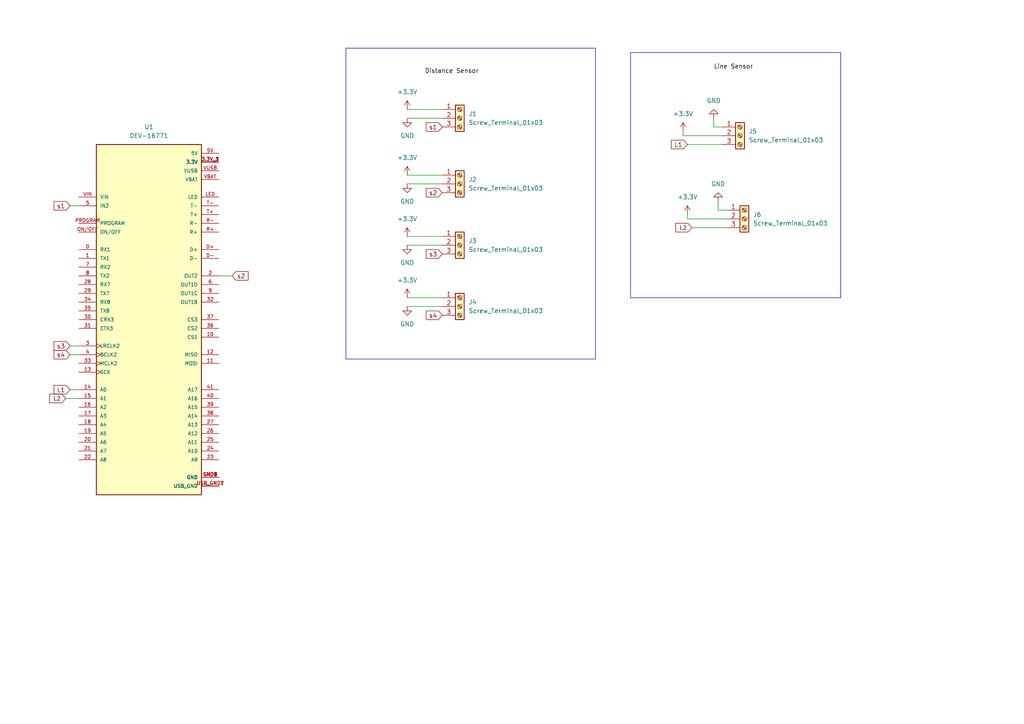
<source format=kicad_sch>
(kicad_sch (version 20231120) (generator "eeschema") (generator_version "8.0")
  (paper "A4")
  (lib_symbols
    (symbol "Connector:Screw_Terminal_01x03" (pin_names (offset 1.016) hide)
      (property "Reference" "J" (at 0 5.08 0))
      (property "Value" "Screw_Terminal_01x03" (at 0 -5.08 0))
      (symbol "Screw_Terminal_01x03_1_1"
        (rectangle (start -1.27 3.81) (end 1.27 -3.81) (stroke (width 0.254)) (fill (type background)))
        (circle (center 0 -2.54) (radius 0.635) (stroke (width 0.1524)))
        (polyline (pts (xy -0.5334 -2.2098) (xy 0.3302 -3.048)) (stroke (width 0.1524)))
        (polyline (pts (xy -0.5334 0.3302) (xy 0.3302 -0.508)) (stroke (width 0.1524)))
        (polyline (pts (xy -0.5334 2.8702) (xy 0.3302 2.032)) (stroke (width 0.1524)))
        (polyline (pts (xy -0.3556 -2.032) (xy 0.508 -2.8702)) (stroke (width 0.1524)))
        (polyline (pts (xy -0.3556 0.508) (xy 0.508 -0.3302)) (stroke (width 0.1524)))
        (polyline (pts (xy -0.3556 3.048) (xy 0.508 2.2098)) (stroke (width 0.1524)))
        (circle (center 0 0) (radius 0.635) (stroke (width 0.1524)))
        (circle (center 0 2.54) (radius 0.635) (stroke (width 0.1524)))
        (pin passive line (at -5.08 2.54 0) (length 3.81) (name "Pin_1") (number "1"))
        (pin passive line (at -5.08 0 0) (length 3.81) (name "Pin_2") (number "2"))
        (pin passive line (at -5.08 -2.54 0) (length 3.81) (name "Pin_3") (number "3"))
      )
    )
    (symbol "DEV-16771:DEV-16771" (pin_names (offset 1.016))
      (property "Reference" "U" (at -15.24 52.07 0))
      (property "Value" "DEV-16771" (at -15.24 -53.34 0))
      (symbol "DEV-16771_0_0"
        (rectangle (start -15.24 -50.8) (end 15.24 50.8) (stroke (width 0.254)) (fill (type background)))
        (pin bidirectional line (at -20.32 20.32 0) (length 5.08) (name "RX1") (number "0"))
        (pin bidirectional line (at -20.32 17.78 0) (length 5.08) (name "TX1") (number "1"))
        (pin bidirectional line (at 20.32 -5.08 180) (length 5.08) (name "CS1") (number "10"))
        (pin bidirectional line (at 20.32 -12.7 180) (length 5.08) (name "MOSI") (number "11"))
        (pin bidirectional line (at 20.32 -10.16 180) (length 5.08) (name "MISO") (number "12"))
        (pin bidirectional clock (at -20.32 -15.24 0) (length 5.08) (name "SCK") (number "13"))
        (pin bidirectional line (at -20.32 -20.32 0) (length 5.08) (name "A0") (number "14"))
        (pin bidirectional line (at -20.32 -22.86 0) (length 5.08) (name "A1") (number "15"))
        (pin bidirectional line (at -20.32 -25.4 0) (length 5.08) (name "A2") (number "16"))
        (pin bidirectional line (at -20.32 -27.94 0) (length 5.08) (name "A3") (number "17"))
        (pin bidirectional line (at -20.32 -30.48 0) (length 5.08) (name "A4") (number "18"))
        (pin bidirectional line (at -20.32 -33.02 0) (length 5.08) (name "A5") (number "19"))
        (pin output line (at 20.32 12.7 180) (length 5.08) (name "OUT2") (number "2"))
        (pin bidirectional line (at -20.32 -35.56 0) (length 5.08) (name "A6") (number "20"))
        (pin bidirectional line (at -20.32 -38.1 0) (length 5.08) (name "A7") (number "21"))
        (pin bidirectional line (at -20.32 -40.64 0) (length 5.08) (name "A8") (number "22"))
        (pin bidirectional line (at 20.32 -40.64 180) (length 5.08) (name "A9") (number "23"))
        (pin bidirectional line (at 20.32 -38.1 180) (length 5.08) (name "A10") (number "24"))
        (pin bidirectional line (at 20.32 -35.56 180) (length 5.08) (name "A11") (number "25"))
        (pin bidirectional line (at 20.32 -33.02 180) (length 5.08) (name "A12") (number "26"))
        (pin bidirectional line (at 20.32 -30.48 180) (length 5.08) (name "A13") (number "27"))
        (pin bidirectional line (at -20.32 10.16 0) (length 5.08) (name "RX7") (number "28"))
        (pin bidirectional line (at -20.32 7.62 0) (length 5.08) (name "TX7") (number "29"))
        (pin bidirectional clock (at -20.32 -7.62 0) (length 5.08) (name "LRCLK2") (number "3"))
        (pin power_in line (at 20.32 45.72 180) (length 5.08) (name "3.3V") (number "3.3V_1"))
        (pin power_in line (at 20.32 45.72 180) (length 5.08) (name "3.3V") (number "3.3V_2"))
        (pin power_in line (at 20.32 45.72 180) (length 5.08) (name "3.3V") (number "3.3V_3"))
        (pin bidirectional line (at -20.32 0 0) (length 5.08) (name "CRX3") (number "30"))
        (pin bidirectional line (at -20.32 -2.54 0) (length 5.08) (name "CTX3") (number "31"))
        (pin output line (at 20.32 5.08 180) (length 5.08) (name "OUT1B") (number "32"))
        (pin bidirectional clock (at -20.32 -12.7 0) (length 5.08) (name "MCLK2") (number "33"))
        (pin bidirectional line (at -20.32 5.08 0) (length 5.08) (name "RX8") (number "34"))
        (pin bidirectional line (at -20.32 2.54 0) (length 5.08) (name "TX8") (number "35"))
        (pin bidirectional line (at 20.32 -2.54 180) (length 5.08) (name "CS2") (number "36"))
        (pin bidirectional line (at 20.32 0 180) (length 5.08) (name "CS3") (number "37"))
        (pin bidirectional line (at 20.32 -27.94 180) (length 5.08) (name "A14") (number "38"))
        (pin bidirectional line (at 20.32 -25.4 180) (length 5.08) (name "A15") (number "39"))
        (pin bidirectional clock (at -20.32 -10.16 0) (length 5.08) (name "BCLK2") (number "4"))
        (pin bidirectional line (at 20.32 -22.86 180) (length 5.08) (name "A16") (number "40"))
        (pin bidirectional line (at 20.32 -20.32 180) (length 5.08) (name "A17") (number "41"))
        (pin bidirectional line (at -20.32 33.02 0) (length 5.08) (name "IN2") (number "5"))
        (pin power_in line (at 20.32 48.26 180) (length 5.08) (name "5V") (number "5V"))
        (pin output line (at 20.32 10.16 180) (length 5.08) (name "OUT1D") (number "6"))
        (pin bidirectional line (at -20.32 15.24 0) (length 5.08) (name "RX2") (number "7"))
        (pin bidirectional line (at -20.32 12.7 0) (length 5.08) (name "TX2") (number "8"))
        (pin output line (at 20.32 7.62 180) (length 5.08) (name "OUT1C") (number "9"))
        (pin bidirectional line (at 20.32 20.32 180) (length 5.08) (name "D+") (number "D+"))
        (pin bidirectional line (at 20.32 17.78 180) (length 5.08) (name "D-") (number "D-"))
        (pin power_in line (at 20.32 -45.72 180) (length 5.08) (name "GND") (number "GND1"))
        (pin power_in line (at 20.32 -45.72 180) (length 5.08) (name "GND") (number "GND2"))
        (pin power_in line (at 20.32 -45.72 180) (length 5.08) (name "GND") (number "GND3"))
        (pin power_in line (at 20.32 -45.72 180) (length 5.08) (name "GND") (number "GND4"))
        (pin power_in line (at 20.32 -45.72 180) (length 5.08) (name "GND") (number "GND5"))
        (pin bidirectional line (at 20.32 35.56 180) (length 5.08) (name "LED") (number "LED"))
        (pin bidirectional line (at -20.32 25.4 0) (length 5.08) (name "ON/OFF") (number "ON/OFF"))
        (pin bidirectional line (at -20.32 27.94 0) (length 5.08) (name "PROGRAM") (number "PROGRAM"))
        (pin bidirectional line (at 20.32 25.4 180) (length 5.08) (name "R+") (number "R+"))
        (pin bidirectional line (at 20.32 27.94 180) (length 5.08) (name "R-") (number "R-"))
        (pin bidirectional line (at 20.32 30.48 180) (length 5.08) (name "T+") (number "T+"))
        (pin bidirectional line (at 20.32 33.02 180) (length 5.08) (name "T-") (number "T-"))
        (pin power_in line (at 20.32 -48.26 180) (length 5.08) (name "USB_GND") (number "USB_GND1"))
        (pin power_in line (at 20.32 -48.26 180) (length 5.08) (name "USB_GND") (number "USB_GND2"))
        (pin passive line (at 20.32 40.64 180) (length 5.08) (name "VBAT") (number "VBAT"))
        (pin input line (at -20.32 35.56 0) (length 5.08) (name "VIN") (number "VIN"))
        (pin passive line (at 20.32 43.18 180) (length 5.08) (name "VUSB") (number "VUSB"))
      )
    )
    (symbol "power:+3.3V" (power) (pin_numbers hide) (pin_names (offset 0) hide)
      (property "Value" "+3.3V" (at 0 3.556 0))
      (symbol "+3.3V_0_1"
        (polyline (pts (xy -0.762 1.27) (xy 0 2.54)))
        (polyline (pts (xy 0 0) (xy 0 2.54)))
        (polyline (pts (xy 0 2.54) (xy 0.762 1.27)))
      )
      (symbol "+3.3V_1_1"
        (pin power_in line (at 0 0 90) (length 0) (name "~") (number "1"))
      )
    )
    (symbol "power:+5V" (power) (pin_names (offset 0))
      (property "Value" "+5V" (at 0 3.556 0))
      (symbol "+5V_0_1"
        (polyline (pts (xy -0.762 1.27) (xy 0 2.54)))
        (polyline (pts (xy 0 0) (xy 0 2.54)))
        (polyline (pts (xy 0 2.54) (xy 0.762 1.27)))
      )
      (symbol "+5V_1_1"
        (pin power_in line (at 0 0 90) (length 0) hide (name "+5V") (number "1"))
      )
    )
    (symbol "power:GND" (power) (pin_numbers hide) (pin_names (offset 0) hide)
      (property "Value" "GND" (at 0 -3.81 0))
      (symbol "GND_0_1"
        (polyline (pts (xy 0 0) (xy 0 -1.27) (xy 1.27 -1.27) (xy 0 -2.54) (xy -1.27 -1.27) (xy 0 -1.27)))
      )
      (symbol "GND_1_1"
        (pin power_in line (at 0 0 270) (length 0) (name "~") (number "1"))
      )
    )
  )
  (wire (pts (xy 210.82 63.5) (xy 199.39 63.5)))
  (wire (pts (xy 199.39 41.91) (xy 209.55 41.91)))
  (wire (pts (xy 20.32 102.87) (xy 22.86 102.87)))
  (wire (pts (xy 199.39 63.5) (xy 199.39 62.23)))
  (wire (pts (xy 198.12 39.37) (xy 198.12 38.1)))
  (wire (pts (xy 118.11 53.34) (xy 128.27 53.34)))
  (wire (pts (xy 118.11 88.9) (xy 128.27 88.9)))
  (wire (pts (xy 118.11 50.8) (xy 128.27 50.8)))
  (wire (pts (xy 118.11 71.12) (xy 128.27 71.12)))
  (wire (pts (xy 118.11 34.29) (xy 128.27 34.29)))
  (wire (pts (xy 19.05 115.57) (xy 22.86 115.57)))
  (wire (pts (xy 118.11 86.36) (xy 128.27 86.36)))
  (wire (pts (xy 20.32 113.03) (xy 22.86 113.03)))
  (wire (pts (xy 118.11 68.58) (xy 128.27 68.58)))
  (wire (pts (xy 209.55 39.37) (xy 198.12 39.37)))
  (wire (pts (xy 118.11 31.75) (xy 128.27 31.75)))
  (wire (pts (xy 20.32 59.69) (xy 22.86 59.69)))
  (wire (pts (xy 208.28 60.96) (xy 210.82 60.96)))
  (wire (pts (xy 200.66 66.04) (xy 210.82 66.04)))
  (wire (pts (xy 20.32 100.33) (xy 22.86 100.33)))
  (wire (pts (xy 63.5 80.01) (xy 67.31 80.01)))
  (wire (pts (xy 208.28 58.42) (xy 208.28 60.96)))
  (wire (pts (xy 207.01 36.83) (xy 209.55 36.83)))
  (wire (pts (xy 207.01 34.29) (xy 207.01 36.83)))
  (rectangle (start 182.88 15.24) (end 243.84 86.36))
  (rectangle (start 100.33 13.97) (end 172.72 104.14))
  (label "Distance Sensor" (at 123.19 21.59 0))
  (label "Line Sensor" (at 207.01 20.32 0))
  (global_label "s1" (shape input) (at 20.32 59.69 180) (property "Intersheetrefs" "${INTERSHEET_REFS}" (effects (hide yes))))
  (global_label "L1" (shape input) (at 20.32 113.03 180) (property "Intersheetrefs" "${INTERSHEET_REFS}" (effects (hide yes))))
  (global_label "s3" (shape input) (at 128.27 73.66 180) (property "Intersheetrefs" "${INTERSHEET_REFS}" (effects (hide yes))))
  (global_label "L2" (shape input) (at 19.05 115.57 180) (property "Intersheetrefs" "${INTERSHEET_REFS}" (effects (hide yes))))
  (global_label "s2" (shape input) (at 128.27 55.88 180) (property "Intersheetrefs" "${INTERSHEET_REFS}" (effects (hide yes))))
  (global_label "s1" (shape input) (at 128.27 36.83 180) (property "Intersheetrefs" "${INTERSHEET_REFS}" (effects (hide yes))))
  (global_label "s3" (shape input) (at 20.32 100.33 180) (property "Intersheetrefs" "${INTERSHEET_REFS}" (effects (hide yes))))
  (global_label "s2" (shape input) (at 67.31 80.01 0) (property "Intersheetrefs" "${INTERSHEET_REFS}" (effects (hide yes))))
  (global_label "s4" (shape input) (at 128.27 91.44 180) (property "Intersheetrefs" "${INTERSHEET_REFS}" (effects (hide yes))))
  (global_label "L1" (shape input) (at 199.39 41.91 180) (property "Intersheetrefs" "${INTERSHEET_REFS}" (effects (hide yes))))
  (global_label "s4" (shape input) (at 20.32 102.87 180) (property "Intersheetrefs" "${INTERSHEET_REFS}" (effects (hide yes))))
  (global_label "L2" (shape input) (at 200.66 66.04 180) (property "Intersheetrefs" "${INTERSHEET_REFS}" (effects (hide yes))))
  (symbol (lib_id "power:+3.3V") (at 118.11 50.8 0) (unit 1)
    (property "Reference" "#PWR03" (effects (hide yes)))
    (property "Value" "+3.3V" (at 118.11 45.72 0))
    (property "Description" "Power symbol creates a global label with name \"+3.3V\"" (effects (hide yes)))
  )
  (symbol (lib_id "power:GND") (at 118.11 71.12 0) (unit 1)
    (property "Reference" "#PWR06" (effects (hide yes)))
    (property "Value" "GND" (at 118.11 76.2 0))
    (property "Description" "Power symbol creates a global label with name \"GND\" , ground" (effects (hide yes)))
  )
  (symbol (lib_id "power:GND") (at 207.01 34.29 0) (mirror x) (unit 1)
    (property "Reference" "#PWR010" (effects (hide yes)))
    (property "Value" "GND" (at 207.01 29.21 0))
  )
  (symbol (lib_id "Connector:Screw_Terminal_01x03") (at 215.9 63.5 0) (unit 1)
    (property "Reference" "J6" (at 218.44 62.2299 0) (effects (justify left)))
    (property "Value" "Screw_Terminal_01x03" (at 218.44 64.7699 0) (effects (justify left)))
    (property "Description" "Generic screw terminal, single row, 01x03, script generated (kicad-library-utils/schlib/autogen/connector/)" (effects (hide yes)))
  )
  (symbol (lib_id "power:+5V") (at 198.12 38.1 0) (unit 1)
    (property "Reference" "#PWR09" (effects (hide yes)))
    (property "Value" "+3.3V" (at 198.12 33.02 0))
  )
  (symbol (lib_id "Connector:Screw_Terminal_01x03") (at 133.35 53.34 0) (unit 1)
    (property "Reference" "J2" (at 135.89 52.0699 0) (effects (justify left)))
    (property "Value" "Screw_Terminal_01x03" (at 135.89 54.6099 0) (effects (justify left)))
    (property "Description" "Generic screw terminal, single row, 01x03, script generated (kicad-library-utils/schlib/autogen/connector/)" (effects (hide yes)))
  )
  (symbol (lib_id "power:GND") (at 208.28 58.42 0) (mirror x) (unit 1)
    (property "Reference" "#PWR012" (effects (hide yes)))
    (property "Value" "GND" (at 208.28 53.34 0))
  )
  (symbol (lib_id "DEV-16771:DEV-16771") (at 43.18 92.71 0) (unit 1)
    (property "Reference" "U1" (at 43.18 36.83 0))
    (property "Value" "DEV-16771" (at 43.18 39.37 0))
    (property "Footprint" "DEV-16771:MODULE_DEV-16771" (effects (hide yes)))
    (property "Description" "\nRT1062 Teensy 4.1 series ARM® Cortex®-M7 MPU Embedded Evaluation Board\n" (effects (hide yes)))
    (property "MF" "SparkFun Electronics" (effects (hide yes)))
    (property "MAXIMUM_PACKAGE_HEIGHT" "4.07mm" (effects (hide yes)))
    (property "Package" "None" (effects (hide yes)))
    (property "Price" "None" (effects (hide yes)))
    (property "Check_prices" "https://www.snapeda.com/parts/DEV-16771/SparkFun+Electronics/view-part/?ref=eda" (effects (hide yes)))
    (property "STANDARD" "Manufacturer recommendations" (effects (hide yes)))
    (property "PARTREV" "4.1" (effects (hide yes)))
    (property "SnapEDA_Link" "https://www.snapeda.com/parts/DEV-16771/SparkFun+Electronics/view-part/?ref=snap" (effects (hide yes)))
    (property "MP" "DEV-16771" (effects (hide yes)))
    (property "Purchase-URL" "https://www.snapeda.com/api/url_track_click_mouser/?unipart_id=4833875&manufacturer=SparkFun Electronics&part_name=DEV-16771&search_term=None" (effects (hide yes)))
    (property "Availability" "In Stock" (effects (hide yes)))
    (property "MANUFACTURER" "SparkFun Electronics" (effects (hide yes)))
  )
  (symbol (lib_id "Connector:Screw_Terminal_01x03") (at 133.35 88.9 0) (unit 1)
    (property "Reference" "J4" (at 135.89 87.6299 0) (effects (justify left)))
    (property "Value" "Screw_Terminal_01x03" (at 135.89 90.1699 0) (effects (justify left)))
    (property "Description" "Generic screw terminal, single row, 01x03, script generated (kicad-library-utils/schlib/autogen/connector/)" (effects (hide yes)))
  )
  (symbol (lib_id "power:+5V") (at 199.39 62.23 0) (unit 1)
    (property "Reference" "#PWR011" (effects (hide yes)))
    (property "Value" "+3.3V" (at 199.39 57.15 0))
  )
  (symbol (lib_id "Connector:Screw_Terminal_01x03") (at 133.35 71.12 0) (unit 1)
    (property "Reference" "J3" (at 135.89 69.8499 0) (effects (justify left)))
    (property "Value" "Screw_Terminal_01x03" (at 135.89 72.3899 0) (effects (justify left)))
    (property "Description" "Generic screw terminal, single row, 01x03, script generated (kicad-library-utils/schlib/autogen/connector/)" (effects (hide yes)))
  )
  (symbol (lib_id "power:GND") (at 118.11 88.9 0) (unit 1)
    (property "Reference" "#PWR08" (effects (hide yes)))
    (property "Value" "GND" (at 118.11 93.98 0))
    (property "Description" "Power symbol creates a global label with name \"GND\" , ground" (effects (hide yes)))
  )
  (symbol (lib_id "power:GND") (at 118.11 53.34 0) (unit 1)
    (property "Reference" "#PWR04" (effects (hide yes)))
    (property "Value" "GND" (at 118.11 58.42 0))
    (property "Description" "Power symbol creates a global label with name \"GND\" , ground" (effects (hide yes)))
  )
  (symbol (lib_id "power:+3.3V") (at 118.11 31.75 0) (unit 1)
    (property "Reference" "#PWR02" (effects (hide yes)))
    (property "Value" "+3.3V" (at 118.11 26.67 0))
    (property "Description" "Power symbol creates a global label with name \"+3.3V\"" (effects (hide yes)))
  )
  (symbol (lib_id "Connector:Screw_Terminal_01x03") (at 214.63 39.37 0) (unit 1)
    (property "Reference" "J5" (at 217.17 38.0999 0) (effects (justify left)))
    (property "Value" "Screw_Terminal_01x03" (at 217.17 40.6399 0) (effects (justify left)))
    (property "Description" "Generic screw terminal, single row, 01x03, script generated (kicad-library-utils/schlib/autogen/connector/)" (effects (hide yes)))
  )
  (symbol (lib_id "power:+3.3V") (at 118.11 86.36 0) (unit 1)
    (property "Reference" "#PWR07" (effects (hide yes)))
    (property "Value" "+3.3V" (at 118.11 81.28 0))
    (property "Description" "Power symbol creates a global label with name \"+3.3V\"" (effects (hide yes)))
  )
  (symbol (lib_id "power:GND") (at 118.11 34.29 0) (unit 1)
    (property "Reference" "#PWR01" (effects (hide yes)))
    (property "Value" "GND" (at 118.11 39.37 0))
    (property "Description" "Power symbol creates a global label with name \"GND\" , ground" (effects (hide yes)))
  )
  (symbol (lib_id "power:+3.3V") (at 118.11 68.58 0) (unit 1)
    (property "Reference" "#PWR05" (effects (hide yes)))
    (property "Value" "+3.3V" (at 118.11 63.5 0))
    (property "Description" "Power symbol creates a global label with name \"+3.3V\"" (effects (hide yes)))
  )
  (symbol (lib_id "Connector:Screw_Terminal_01x03") (at 133.35 34.29 0) (unit 1)
    (property "Reference" "J1" (at 135.89 33.0199 0) (effects (justify left)))
    (property "Value" "Screw_Terminal_01x03" (at 135.89 35.5599 0) (effects (justify left)))
    (property "Description" "Generic screw terminal, single row, 01x03, script generated (kicad-library-utils/schlib/autogen/connector/)" (effects (hide yes)))
  )
)
</source>
